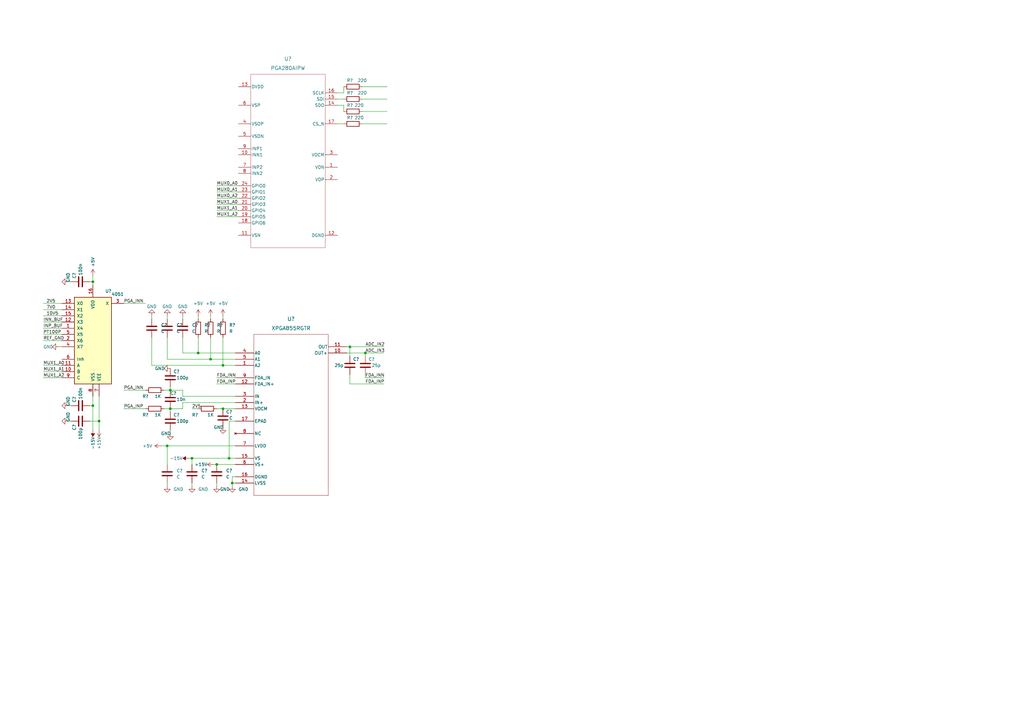
<source format=kicad_sch>
(kicad_sch (version 20211123) (generator eeschema)
  (paper "A3")
  (title_block (title "AFE pga280 pga855 ADS1256"))
  (lib_symbols
    (symbol "4xxx:4051" (pin_names (offset 1.016))
      (property "Reference" "U" (at -7.62 19.05 0))
      (property "Value" "4051" (at -7.62 -19.05 0))
      (symbol "4051_1_0"
        (pin passive line (at -12.7 5.08 0) (length 5.08) (name "X4") (number "1"))
        (pin input line (at -12.7 -12.7 0) (length 5.08) (name "B") (number "10"))
        (pin input line (at -12.7 -10.16 0) (length 5.08) (name "A") (number "11"))
        (pin passive line (at -12.7 7.62 0) (length 5.08) (name "X3") (number "12"))
        (pin passive line (at -12.7 15.24 0) (length 5.08) (name "X0") (number "13"))
        (pin passive line (at -12.7 12.7 0) (length 5.08) (name "X1") (number "14"))
        (pin passive line (at -12.7 10.16 0) (length 5.08) (name "X2") (number "15"))
        (pin power_in line (at 0 22.86 270) (length 5.08) (name "VDD") (number "16"))
        (pin passive line (at -12.7 0 0) (length 5.08) (name "X6") (number "2"))
        (pin passive line (at 12.7 15.24 180) (length 5.08) (name "X") (number "3"))
        (pin passive line (at -12.7 -2.54 0) (length 5.08) (name "X7") (number "4"))
        (pin passive line (at -12.7 2.54 0) (length 5.08) (name "X5") (number "5"))
        (pin input line (at -12.7 -7.62 0) (length 5.08) (name "Inh") (number "6"))
        (pin power_in line (at 2.54 -22.86 90) (length 5.08) (name "VEE") (number "7"))
        (pin power_in line (at 0 -22.86 90) (length 5.08) (name "VSS") (number "8"))
        (pin input line (at -12.7 -15.24 0) (length 5.08) (name "C") (number "9"))
      )
      (symbol "4051_1_1"
        (rectangle (start -7.62 17.78) (end 7.62 -17.78) (stroke (width 0.254)) (fill (type background)))
      )
    )
    (symbol "Device:C" (pin_numbers hide) (pin_names (offset 0.254))
      (property "Reference" "C" (at 0.635 2.54 0))
      (property "Value" "C" (at 0.635 -2.54 0))
      (symbol "C_0_1"
        (polyline (pts (xy -2.032 -0.762) (xy 2.032 -0.762)) (stroke (width 0.508)))
        (polyline (pts (xy -2.032 0.762) (xy 2.032 0.762)) (stroke (width 0.508)))
      )
      (symbol "C_1_1"
        (pin passive line (at 0 3.81 270) (length 2.794) (name "~") (number "1"))
        (pin passive line (at 0 -3.81 90) (length 2.794) (name "~") (number "2"))
      )
    )
    (symbol "Device:R" (pin_numbers hide) (pin_names (offset 0))
      (property "Reference" "R" (at 2.032 0 90))
      (property "Value" "R" (at 0 0 90))
      (symbol "R_0_1"
        (rectangle (start -1.016 -2.54) (end 1.016 2.54) (stroke (width 0.254)))
      )
      (symbol "R_1_1"
        (pin passive line (at 0 3.81 270) (length 1.27) (name "~") (number "1"))
        (pin passive line (at 0 -3.81 90) (length 1.27) (name "~") (number "2"))
      )
    )
    (symbol "pga280:PGA280AIPW" (pin_names (offset 0.254))
      (property "Reference" "U" (at 0 2.54 0))
      (property "Value" "PGA280AIPW" (at 0 0 0))
      (symbol "PGA280AIPW_0_1"
        (polyline (pts (xy -15.24 -35.56) (xy 15.24 -35.56)) (stroke (width 0.1016)))
        (polyline (pts (xy -15.24 35.56) (xy -15.24 -35.56)) (stroke (width 0.1016)))
        (polyline (pts (xy 15.24 -35.56) (xy 15.24 35.56)) (stroke (width 0.1016)))
        (polyline (pts (xy 15.24 35.56) (xy -15.24 35.56)) (stroke (width 0.1016)))
        (pin output line (at 20.32 -2.54 180) (length 5.08) (name "VON") (number "1"))
        (pin input line (at -20.32 2.54 0) (length 5.08) (name "INN1") (number "10"))
        (pin power_in line (at -20.32 -30.48 0) (length 5.08) (name "VSN") (number "11"))
        (pin power_in line (at 20.32 -30.48 180) (length 5.08) (name "DGND") (number "12"))
        (pin power_in line (at -20.32 30.48 0) (length 5.08) (name "DVDD") (number "13"))
        (pin output line (at 20.32 22.86 180) (length 5.08) (name "SDO") (number "14"))
        (pin input line (at 20.32 25.4 180) (length 5.08) (name "SDI") (number "15"))
        (pin input line (at 20.32 27.94 180) (length 5.08) (name "SCLK") (number "16"))
        (pin input line (at 20.32 15.24 180) (length 5.08) (name "CS_N") (number "17"))
        (pin bidirectional line (at -20.32 -25.4 0) (length 5.08) (name "GPIO6") (number "18"))
        (pin bidirectional line (at -20.32 -22.86 0) (length 5.08) (name "GPIO5") (number "19"))
        (pin output line (at 20.32 -7.62 180) (length 5.08) (name "VOP") (number "2"))
        (pin bidirectional line (at -20.32 -20.32 0) (length 5.08) (name "GPIO4") (number "20"))
        (pin bidirectional line (at -20.32 -17.78 0) (length 5.08) (name "GPIO3") (number "21"))
        (pin bidirectional line (at -20.32 -15.24 0) (length 5.08) (name "GPIO2") (number "22"))
        (pin bidirectional line (at -20.32 -12.7 0) (length 5.08) (name "GPIO1") (number "23"))
        (pin bidirectional line (at -20.32 -10.16 0) (length 5.08) (name "GPIO0") (number "24"))
        (pin bidirectional line (at 20.32 2.54 180) (length 5.08) (name "VOCM") (number "3"))
        (pin power_in line (at -20.32 15.24 0) (length 5.08) (name "VSOP") (number "4"))
        (pin power_in line (at -20.32 10.16 0) (length 5.08) (name "VSON") (number "5"))
        (pin power_in line (at -20.32 22.86 0) (length 5.08) (name "VSP") (number "6"))
        (pin input line (at -20.32 -2.54 0) (length 5.08) (name "INP2") (number "7"))
        (pin input line (at -20.32 -5.08 0) (length 5.08) (name "INN2") (number "8"))
        (pin input line (at -20.32 5.08 0) (length 5.08) (name "INP1") (number "9"))
      )
    )
    (symbol "pga855:XPGA855RGTR" (pin_names (offset 0.254))
      (property "Reference" "U" (at 22.86 12.7 0))
      (property "Value" "XPGA855RGTR" (at 22.86 10.16 0))
      (symbol "XPGA855RGTR_0_1"
        (polyline (pts (xy 7.62 -58.42) (xy 38.1 -58.42)) (stroke (width 0.127)))
        (polyline (pts (xy 7.62 7.62) (xy 7.62 -58.42)) (stroke (width 0.127)))
        (polyline (pts (xy 38.1 -58.42) (xy 38.1 7.62)) (stroke (width 0.127)))
        (polyline (pts (xy 38.1 7.62) (xy 7.62 7.62)) (stroke (width 0.127)))
        (pin input line (at 0 -5.08 0) (length 7.62) (name "A2") (number "1"))
        (pin output line (at 45.72 0 180) (length 7.62) (name "OUT+") (number "10"))
        (pin output line (at 45.72 2.54 180) (length 7.62) (name "OUT") (number "11"))
        (pin input line (at 0 -12.7 0) (length 7.62) (name "FDA_IN+") (number "12"))
        (pin input line (at 0 -22.86 0) (length 7.62) (name "VOCM") (number "13"))
        (pin power_in line (at 0 -53.34 0) (length 7.62) (name "LVSS") (number "14"))
        (pin power_in line (at 0 -43.18 0) (length 7.62) (name "VS") (number "15"))
        (pin power_in line (at 0 -50.8 0) (length 7.62) (name "DGND") (number "16"))
        (pin unspecified line (at 0 -27.94 0) (length 7.62) (name "EPAD") (number "17"))
        (pin input line (at 0 -20.32 0) (length 7.62) (name "IN+") (number "2"))
        (pin input line (at 0 -17.78 0) (length 7.62) (name "IN") (number "3"))
        (pin input line (at 0 0 0) (length 7.62) (name "A0") (number "4"))
        (pin input line (at 0 -2.54 0) (length 7.62) (name "A1") (number "5"))
        (pin power_in line (at 0 -45.72 0) (length 7.62) (name "VS+") (number "6"))
        (pin power_in line (at 0 -38.1 0) (length 7.62) (name "LVDD") (number "7"))
        (pin no_connect line (at 0 -33.02 0) (length 7.62) (name "NC") (number "8"))
        (pin input line (at 0 -10.16 0) (length 7.62) (name "FDA_IN") (number "9"))
      )
    )
    (symbol "power:+15V" (power) (pin_names (offset 0))
      (property "Value" "+15V" (at 0 3.556 0))
      (symbol "+15V_0_1"
        (polyline (pts (xy -0.762 1.27) (xy 0 2.54)))
        (polyline (pts (xy 0 0) (xy 0 2.54)))
        (polyline (pts (xy 0 2.54) (xy 0.762 1.27)))
      )
      (symbol "+15V_1_1"
        (pin power_in line (at 0 0 90) (length 0) hide (name "+15V") (number "1"))
      )
    )
    (symbol "power:+5V" (power) (pin_names (offset 0))
      (property "Value" "+5V" (at 0 3.556 0))
      (symbol "+5V_0_1"
        (polyline (pts (xy -0.762 1.27) (xy 0 2.54)))
        (polyline (pts (xy 0 0) (xy 0 2.54)))
        (polyline (pts (xy 0 2.54) (xy 0.762 1.27)))
      )
      (symbol "+5V_1_1"
        (pin power_in line (at 0 0 90) (length 0) hide (name "+5V") (number "1"))
      )
    )
    (symbol "power:-15V" (power) (pin_names (offset 0))
      (property "Value" "-15V" (at 0 3.81 0))
      (symbol "-15V_0_0"
        (pin power_in line (at 0 0 90) (length 0) hide (name "-15V") (number "1"))
      )
      (symbol "-15V_0_1"
        (polyline (pts (xy 0 0) (xy 0 1.27) (xy 0.762 1.27) (xy 0 2.54) (xy -0.762 1.27) (xy 0 1.27)) (fill (type outline)))
      )
    )
    (symbol "power:GND" (power) (pin_names (offset 0))
      (property "Value" "GND" (at 0 -3.81 0))
      (symbol "GND_0_1"
        (polyline (pts (xy 0 0) (xy 0 -1.27) (xy 1.27 -1.27) (xy 0 -2.54) (xy -1.27 -1.27) (xy 0 -1.27)))
      )
      (symbol "GND_1_1"
        (pin power_in line (at 0 0 270) (length 0) hide (name "GND") (number "1"))
      )
    )
  )
  (junction (at 91.44 167.64))
  (junction (at 40.64 172.72))
  (junction (at 91.44 149.86))
  (junction (at 68.58 182.88))
  (junction (at 78.74 187.96))
  (junction (at 88.9 190.5))
  (junction (at 38.1 166.37))
  (junction (at 38.1 115.57))
  (junction (at 93.98 187.96))
  (junction (at 81.28 144.78))
  (junction (at 95.25 198.12))
  (junction (at 86.36 147.32))
  (junction (at 143.51 142.24))
  (junction (at 69.85 167.64))
  (junction (at 149.86 144.78))
  (junction (at 69.85 160.02))
  (wire (pts (xy 62.23 138.43) (xy 62.23 149.86)))
  (wire (pts (xy 86.36 147.32) (xy 96.52 147.32)))
  (wire (pts (xy 66.04 182.88) (xy 68.58 182.88)))
  (wire (pts (xy 88.9 154.94) (xy 96.52 154.94)))
  (wire (pts (xy 149.86 144.78) (xy 149.86 146.05)))
  (wire (pts (xy 50.8 167.64) (xy 59.69 167.64)))
  (wire (pts (xy 81.28 138.43) (xy 81.28 144.78)))
  (wire (pts (xy 96.52 162.56) (xy 74.93 162.56)))
  (wire (pts (xy 138.43 43.18) (xy 140.97 43.18)))
  (wire (pts (xy 24.13 142.24) (xy 25.4 142.24)))
  (wire (pts (xy 81.28 144.78) (xy 96.52 144.78)))
  (wire (pts (xy 62.23 149.86) (xy 91.44 149.86)))
  (wire (pts (xy 17.78 127) (xy 25.4 127)))
  (wire (pts (xy 149.86 153.67) (xy 149.86 154.94)))
  (wire (pts (xy 17.78 149.86) (xy 25.4 149.86)))
  (wire (pts (xy 27.94 172.72) (xy 29.21 172.72)))
  (wire (pts (xy 91.44 167.64) (xy 96.52 167.64)))
  (wire (pts (xy 95.25 198.12) (xy 96.52 198.12)))
  (wire (pts (xy 17.78 154.94) (xy 25.4 154.94)))
  (wire (pts (xy 95.25 195.58) (xy 95.25 198.12)))
  (wire (pts (xy 87.63 190.5) (xy 88.9 190.5)))
  (wire (pts (xy 74.93 167.64) (xy 74.93 165.1)))
  (wire (pts (xy 96.52 172.72) (xy 93.98 172.72)))
  (wire (pts (xy 68.58 198.12) (xy 68.58 199.39)))
  (wire (pts (xy 148.59 45.72) (xy 158.75 45.72)))
  (wire (pts (xy 88.9 86.36) (xy 97.79 86.36)))
  (wire (pts (xy 36.83 115.57) (xy 38.1 115.57)))
  (wire (pts (xy 149.86 144.78) (xy 157.48 144.78)))
  (wire (pts (xy 91.44 138.43) (xy 91.44 149.86)))
  (wire (pts (xy 68.58 138.43) (xy 68.58 147.32)))
  (wire (pts (xy 88.9 81.28) (xy 97.79 81.28)))
  (wire (pts (xy 17.78 129.54) (xy 25.4 129.54)))
  (wire (pts (xy 142.24 142.24) (xy 143.51 142.24)))
  (wire (pts (xy 88.9 88.9) (xy 97.79 88.9)))
  (wire (pts (xy 86.36 129.54) (xy 86.36 130.81)))
  (wire (pts (xy 67.31 160.02) (xy 69.85 160.02)))
  (wire (pts (xy 88.9 157.48) (xy 96.52 157.48)))
  (wire (pts (xy 40.64 157.48) (xy 38.1 157.48)))
  (wire (pts (xy 143.51 142.24) (xy 143.51 146.05)))
  (wire (pts (xy 143.51 142.24) (xy 157.48 142.24)))
  (wire (pts (xy 36.83 172.72) (xy 40.64 172.72)))
  (wire (pts (xy 96.52 187.96) (xy 93.98 187.96)))
  (wire (pts (xy 78.74 187.96) (xy 78.74 190.5)))
  (wire (pts (xy 50.8 160.02) (xy 59.69 160.02)))
  (wire (pts (xy 17.78 139.7) (xy 25.4 139.7)))
  (wire (pts (xy 93.98 187.96) (xy 78.74 187.96)))
  (wire (pts (xy 38.1 166.37) (xy 38.1 176.53)))
  (wire (pts (xy 62.23 129.54) (xy 62.23 130.81)))
  (wire (pts (xy 88.9 198.12) (xy 88.9 199.39)))
  (wire (pts (xy 68.58 182.88) (xy 68.58 190.5)))
  (wire (pts (xy 138.43 50.8) (xy 140.97 50.8)))
  (wire (pts (xy 27.94 115.57) (xy 29.21 115.57)))
  (wire (pts (xy 140.97 43.18) (xy 140.97 45.72)))
  (wire (pts (xy 138.43 38.1) (xy 140.97 38.1)))
  (wire (pts (xy 74.93 138.43) (xy 74.93 144.78)))
  (wire (pts (xy 78.74 198.12) (xy 78.74 199.39)))
  (wire (pts (xy 69.85 160.02) (xy 74.93 160.02)))
  (wire (pts (xy 67.31 167.64) (xy 69.85 167.64)))
  (wire (pts (xy 17.78 152.4) (xy 25.4 152.4)))
  (wire (pts (xy 40.64 172.72) (xy 40.64 176.53)))
  (wire (pts (xy 74.93 162.56) (xy 74.93 160.02)))
  (wire (pts (xy 142.24 144.78) (xy 149.86 144.78)))
  (wire (pts (xy 143.51 157.48) (xy 157.48 157.48)))
  (wire (pts (xy 88.9 83.82) (xy 97.79 83.82)))
  (wire (pts (xy 68.58 129.54) (xy 68.58 130.81)))
  (wire (pts (xy 96.52 195.58) (xy 95.25 195.58)))
  (wire (pts (xy 86.36 138.43) (xy 86.36 147.32)))
  (wire (pts (xy 93.98 172.72) (xy 93.98 187.96)))
  (wire (pts (xy 95.25 198.12) (xy 95.25 199.39)))
  (wire (pts (xy 96.52 182.88) (xy 68.58 182.88)))
  (wire (pts (xy 88.9 190.5) (xy 96.52 190.5)))
  (wire (pts (xy 27.94 166.37) (xy 29.21 166.37)))
  (wire (pts (xy 149.86 154.94) (xy 157.48 154.94)))
  (wire (pts (xy 74.93 165.1) (xy 96.52 165.1)))
  (wire (pts (xy 74.93 129.54) (xy 74.93 130.81)))
  (wire (pts (xy 88.9 78.74) (xy 97.79 78.74)))
  (wire (pts (xy 148.59 40.64) (xy 158.75 40.64)))
  (wire (pts (xy 74.93 144.78) (xy 81.28 144.78)))
  (wire (pts (xy 138.43 40.64) (xy 140.97 40.64)))
  (wire (pts (xy 17.78 124.46) (xy 25.4 124.46)))
  (wire (pts (xy 91.44 129.54) (xy 91.44 130.81)))
  (wire (pts (xy 38.1 115.57) (xy 38.1 116.84)))
  (wire (pts (xy 88.9 76.2) (xy 97.79 76.2)))
  (wire (pts (xy 17.78 132.08) (xy 25.4 132.08)))
  (wire (pts (xy 78.74 167.64) (xy 81.28 167.64)))
  (wire (pts (xy 40.64 162.56) (xy 40.64 172.72)))
  (wire (pts (xy 81.28 129.54) (xy 81.28 130.81)))
  (wire (pts (xy 38.1 166.37) (xy 36.83 166.37)))
  (wire (pts (xy 68.58 147.32) (xy 86.36 147.32)))
  (wire (pts (xy 17.78 137.16) (xy 25.4 137.16)))
  (wire (pts (xy 69.85 167.64) (xy 74.93 167.64)))
  (wire (pts (xy 148.59 35.56) (xy 158.75 35.56)))
  (wire (pts (xy 148.59 50.8) (xy 158.75 50.8)))
  (wire (pts (xy 140.97 35.56) (xy 140.97 38.1)))
  (wire (pts (xy 88.9 167.64) (xy 91.44 167.64)))
  (wire (pts (xy 50.8 124.46) (xy 59.69 124.46)))
  (wire (pts (xy 69.85 167.64) (xy 69.85 168.91)))
  (wire (pts (xy 69.85 158.75) (xy 69.85 160.02)))
  (wire (pts (xy 77.47 187.96) (xy 78.74 187.96)))
  (wire (pts (xy 38.1 157.48) (xy 38.1 166.37)))
  (wire (pts (xy 17.78 134.62) (xy 25.4 134.62)))
  (wire (pts (xy 91.44 149.86) (xy 96.52 149.86)))
  (wire (pts (xy 69.85 176.53) (xy 69.85 177.8)))
  (wire (pts (xy 143.51 153.67) (xy 143.51 157.48)))
  (wire (pts (xy 38.1 113.03) (xy 38.1 115.57)))
  (label "2V5" (at 78.74 167.64 0))
  (label "MUX1_A1" (at 88.9 86.36 0))
  (label "PT100P" (at 17.78 137.16 0))
  (label "FDA_INN" (at 149.86 154.94 0))
  (label "PGA_INP" (at 50.8 167.64 0))
  (label "PGA_INN" (at 50.8 160.02 0))
  (label "MUX1_A2" (at 88.9 88.9 0))
  (label "MUX1_A1" (at 17.78 152.4 0))
  (label "INP_BUF" (at 17.78 134.62 0))
  (label "PGA_INN" (at 50.8 124.46 0))
  (label "ADC_IN2" (at 149.86 142.24 0))
  (label "MUX1_A0" (at 88.9 83.82 0))
  (label "MUX1_A2" (at 17.78 154.94 0))
  (label "INN_BUF" (at 17.78 132.08 0))
  (label "FDA_INN" (at 88.9 154.94 0))
  (label "MUX1_A0" (at 17.78 149.86 0))
  (label "REF_GND" (at 17.78 139.7 0))
  (label "ADC_IN3" (at 149.86 144.78 0))
  (label "MUX0_A1" (at 88.9 78.74 0))
  (label "MUX0_A2" (at 88.9 81.28 0))
  (label "FDA_INP" (at 88.9 157.48 0))
  (label "MUX0_A0" (at 88.9 76.2 0))
  (label "FDA_INP" (at 149.86 157.48 0))
  (label "7V0" (at 19.05 127 0))
  (label "2V5" (at 19.05 124.46 0))
  (label "10V5" (at 19.05 129.54 0))
  (symbol (lib_id "Device:R") (at 144.78 35.56 90) (unit 1)
    (property "Reference" "R?" (at 143.51 33.02 90))
    (property "Value" "220" (at 148.59 33.02 90))
  )
  (symbol (lib_id "Device:C") (at 91.44 171.45 0) (unit 1)
    (property "Reference" "C?" (at 92.71 168.91 0) (effects (justify left)))
    (property "Value" "C" (at 93.98 171.45 0) (effects (justify left)))
  )
  (symbol (lib_id "power:GND") (at 69.85 151.13 270) (unit 1)
    (property "Reference" "#PWR?" (effects hide))
    (property "Value" "GND" (at 63.5 151.13 90) (effects (justify left)))
  )
  (symbol (lib_id "Device:C") (at 33.02 172.72 90) (unit 1)
    (property "Reference" "C?" (at 30.48 176.53 0) (effects (justify left)))
    (property "Value" "100p" (at 33.02 180.34 0) (effects (justify left)))
  )
  (symbol (lib_id "power:-15V") (at 77.47 187.96 90) (unit 1)
    (property "Reference" "#PWR?" (effects hide))
    (property "Value" "-15V" (at 74.93 187.96 90) (effects (justify left)))
  )
  (symbol (lib_id "Device:R") (at 144.78 40.64 90) (unit 1)
    (property "Reference" "R?" (at 143.51 38.1 90))
    (property "Value" "220" (at 148.59 38.1 90))
  )
  (symbol (lib_id "power:GND") (at 27.94 166.37 270) (unit 1)
    (property "Reference" "#PWR?" (effects hide))
    (property "Value" "GND" (at 27.94 162.56 0) (effects (justify left)))
  )
  (symbol (lib_id "Device:C") (at 69.85 163.83 0) (unit 1)
    (property "Reference" "C?" (at 69.85 161.29 0) (effects (justify left)))
    (property "Value" "10n" (at 72.39 163.83 0) (effects (justify left)))
  )
  (symbol (lib_id "power:+15V") (at 87.63 190.5 90) (unit 1)
    (property "Reference" "#PWR?" (effects hide))
    (property "Value" "+15V" (at 85.09 190.5 90) (effects (justify left)))
  )
  (symbol (lib_id "power:GND") (at 78.74 199.39 0) (unit 1)
    (property "Reference" "#PWR?" (effects hide))
    (property "Value" "GND" (at 81.28 200.6599 0) (effects (justify left)))
  )
  (symbol (lib_id "power:GND") (at 62.23 129.54 180) (unit 1)
    (property "Reference" "#PWR?" (effects hide))
    (property "Value" "GND" (at 62.23 125.73 0))
  )
  (symbol (lib_id "power:+5V") (at 66.04 182.88 90) (unit 1)
    (property "Reference" "#PWR?" (effects hide))
    (property "Value" "+5V" (at 58.42 182.88 90) (effects (justify right)))
  )
  (symbol (lib_id "power:GND") (at 91.44 175.26 0) (unit 1)
    (property "Reference" "#PWR?" (effects hide))
    (property "Value" "GND" (at 87.63 175.26 0) (effects (justify left)))
  )
  (symbol (lib_id "Device:C") (at 69.85 172.72 0) (unit 1)
    (property "Reference" "C?" (at 71.12 170.18 0) (effects (justify left)))
    (property "Value" "100p" (at 72.39 172.72 0) (effects (justify left)))
  )
  (symbol (lib_id "Device:R") (at 63.5 167.64 90) (unit 1)
    (property "Reference" "R?" (at 59.69 170.18 90))
    (property "Value" "1K" (at 64.77 170.18 90))
  )
  (symbol (lib_id "power:GND") (at 74.93 129.54 0) (mirror x) (unit 1)
    (property "Reference" "#PWR?" (effects hide))
    (property "Value" "GND" (at 74.93 125.73 0))
  )
  (symbol (lib_id "power:+5V") (at 86.36 129.54 0) (unit 1)
    (property "Reference" "#PWR?" (effects hide))
    (property "Value" "+5V" (at 86.36 124.46 0))
  )
  (symbol (lib_id "power:GND") (at 27.94 115.57 270) (unit 1)
    (property "Reference" "#PWR?" (effects hide))
    (property "Value" "GND" (at 27.94 111.76 0) (effects (justify left)))
  )
  (symbol (lib_id "Device:C") (at 88.9 194.31 0) (unit 1)
    (property "Reference" "C?" (at 92.71 193.0399 0) (effects (justify left)))
    (property "Value" "C" (at 92.71 195.5799 0) (effects (justify left)))
  )
  (symbol (lib_id "power:+5V") (at 81.28 129.54 0) (unit 1)
    (property "Reference" "#PWR?" (effects hide))
    (property "Value" "+5V" (at 81.28 124.46 0))
  )
  (symbol (lib_id "power:GND") (at 68.58 129.54 0) (mirror x) (unit 1)
    (property "Reference" "#PWR?" (effects hide))
    (property "Value" "GND" (at 68.58 125.73 0))
  )
  (symbol (lib_id "power:-15V") (at 38.1 176.53 180) (unit 1)
    (property "Reference" "#PWR?" (effects hide))
    (property "Value" "-15V" (at 38.1 179.07 90) (effects (justify left)))
  )
  (symbol (lib_id "Device:C") (at 143.51 149.86 0) (unit 1)
    (property "Reference" "C?" (at 144.78 147.32 0) (effects (justify left)))
    (property "Value" "25p" (at 137.16 149.86 0) (effects (justify left)))
  )
  (symbol (lib_id "Device:R") (at 86.36 134.62 0) (unit 1)
    (property "Reference" "R?" (at 88.9 133.3499 0) (effects (justify left)))
    (property "Value" "R" (at 88.9 135.8899 0) (effects (justify left)))
  )
  (symbol (lib_id "Device:R") (at 91.44 134.62 0) (unit 1)
    (property "Reference" "R?" (at 93.98 133.3499 0) (effects (justify left)))
    (property "Value" "R" (at 93.98 135.8899 0) (effects (justify left)))
  )
  (symbol (lib_id "power:GND") (at 69.85 177.8 0) (unit 1)
    (property "Reference" "#PWR?" (effects hide))
    (property "Value" "GND" (at 66.04 177.8 0) (effects (justify left)))
  )
  (symbol (lib_id "4xxx:4051") (at 38.1 139.7 0) (unit 1)
    (property "Reference" "U?" (at 44.45 119.38 0))
    (property "Value" "4051" (at 48.26 120.65 0))
    (property "Datasheet" "http://www.intersil.com/content/dam/Intersil/documents/cd40/cd4051bms-52bms-53bms.pdf" (effects hide))
  )
  (symbol (lib_id "Device:C") (at 74.93 134.62 0) (unit 1)
    (property "Reference" "C?" (at 78.74 133.3499 0) (effects (justify left)))
    (property "Value" "C" (at 78.74 135.8899 0) (effects (justify left)))
  )
  (symbol (lib_id "power:+15V") (at 40.64 176.53 180) (unit 1)
    (property "Reference" "#PWR?" (effects hide))
    (property "Value" "+15V" (at 40.64 179.07 90) (effects (justify left)))
  )
  (symbol (lib_id "Device:R") (at 85.09 167.64 90) (unit 1)
    (property "Reference" "R?" (at 80.01 170.18 90))
    (property "Value" "1K" (at 86.36 170.18 90))
  )
  (symbol (lib_id "Device:R") (at 63.5 160.02 90) (unit 1)
    (property "Reference" "R?" (at 59.69 162.56 90))
    (property "Value" "1K" (at 64.77 162.56 90))
  )
  (symbol (lib_id "Device:R") (at 144.78 50.8 90) (unit 1)
    (property "Reference" "R?" (at 143.51 48.26 90))
    (property "Value" "220" (at 147.32 48.26 90))
  )
  (symbol (lib_id "pga855:XPGA855RGTR") (at 96.52 144.78 0) (unit 1)
    (property "Reference" "U?" (at 119.38 130.81 0) (effects (font (size 1.524 1.524))))
    (property "Value" "XPGA855RGTR" (at 119.38 134.62 0) (effects (font (size 1.524 1.524))))
    (property "Footprint" "RGT0016A_TEX" (effects hide))
    (property "Datasheet" "XPGA855RGTR" (effects hide))
  )
  (symbol (lib_id "Device:C") (at 68.58 194.31 0) (unit 1)
    (property "Reference" "C?" (at 72.39 193.0399 0) (effects (justify left)))
    (property "Value" "C" (at 72.39 195.5799 0) (effects (justify left)))
  )
  (symbol (lib_id "Device:C") (at 78.74 194.31 0) (unit 1)
    (property "Reference" "C?" (at 82.55 193.0399 0) (effects (justify left)))
    (property "Value" "C" (at 82.55 195.5799 0) (effects (justify left)))
  )
  (symbol (lib_id "Device:R") (at 81.28 134.62 0) (unit 1)
    (property "Reference" "R?" (at 83.82 133.3499 0) (effects (justify left)))
    (property "Value" "R" (at 83.82 135.8899 0) (effects (justify left)))
  )
  (symbol (lib_id "pga280:PGA280AIPW") (at 118.11 66.04 0) (unit 1)
    (property "Reference" "U?" (at 118.11 24.13 0) (effects (font (size 1.524 1.524))))
    (property "Value" "PGA280AIPW" (at 118.11 27.94 0) (effects (font (size 1.524 1.524))))
    (property "Footprint" "PW0024A_N" (effects hide))
    (property "Datasheet" "PGA280AIPW" (effects hide))
  )
  (symbol (lib_id "power:GND") (at 68.58 199.39 0) (unit 1)
    (property "Reference" "#PWR?" (effects hide))
    (property "Value" "GND" (at 71.12 200.6599 0) (effects (justify left)))
  )
  (symbol (lib_id "Device:C") (at 33.02 115.57 90) (unit 1)
    (property "Reference" "C?" (at 30.48 114.3 0) (effects (justify left)))
    (property "Value" "100n" (at 33.02 113.03 0) (effects (justify left)))
  )
  (symbol (lib_id "Device:C") (at 69.85 154.94 0) (unit 1)
    (property "Reference" "C?" (at 71.12 152.4 0) (effects (justify left)))
    (property "Value" "100p" (at 72.39 154.94 0) (effects (justify left)))
  )
  (symbol (lib_id "power:GND") (at 88.9 199.39 0) (unit 1)
    (property "Reference" "#PWR?" (effects hide))
    (property "Value" "GND" (at 90.17 200.66 0) (effects (justify left)))
  )
  (symbol (lib_id "power:GND") (at 27.94 172.72 270) (unit 1)
    (property "Reference" "#PWR?" (effects hide))
    (property "Value" "GND" (at 27.94 168.91 0) (effects (justify left)))
  )
  (symbol (lib_id "Device:C") (at 62.23 134.62 0) (unit 1)
    (property "Reference" "C?" (at 66.04 133.3499 0) (effects (justify left)))
    (property "Value" "C" (at 66.04 135.8899 0) (effects (justify left)))
  )
  (symbol (lib_id "power:GND") (at 24.13 142.24 270) (unit 1)
    (property "Reference" "#PWR?" (effects hide))
    (property "Value" "GND" (at 17.78 142.24 90) (effects (justify left)))
  )
  (symbol (lib_id "Device:C") (at 33.02 166.37 90) (unit 1)
    (property "Reference" "C?" (at 30.48 165.1 0) (effects (justify left)))
    (property "Value" "100n" (at 33.02 163.83 0) (effects (justify left)))
  )
  (symbol (lib_id "Device:C") (at 149.86 149.86 0) (unit 1)
    (property "Reference" "C?" (at 151.13 147.32 0) (effects (justify left)))
    (property "Value" "25p" (at 152.4 149.86 0) (effects (justify left)))
  )
  (symbol (lib_id "Device:R") (at 144.78 45.72 90) (unit 1)
    (property "Reference" "R?" (at 143.51 43.18 90))
    (property "Value" "220" (at 147.32 43.18 90))
  )
  (symbol (lib_id "power:+5V") (at 91.44 129.54 0) (unit 1)
    (property "Reference" "#PWR?" (effects hide))
    (property "Value" "+5V" (at 91.44 124.46 0))
  )
  (symbol (lib_id "power:+5V") (at 38.1 113.03 0) (unit 1)
    (property "Reference" "#PWR?" (effects hide))
    (property "Value" "+5V" (at 38.1 105.41 90) (effects (justify right)))
  )
  (symbol (lib_id "Device:C") (at 68.58 134.62 0) (unit 1)
    (property "Reference" "C?" (at 72.39 133.3499 0) (effects (justify left)))
    (property "Value" "C" (at 72.39 135.8899 0) (effects (justify left)))
  )
  (symbol (lib_id "power:GND") (at 95.25 199.39 0) (unit 1)
    (property "Reference" "#PWR?" (effects hide))
    (property "Value" "GND" (at 97.79 200.6599 0) (effects (justify left)))
  )
)
</source>
